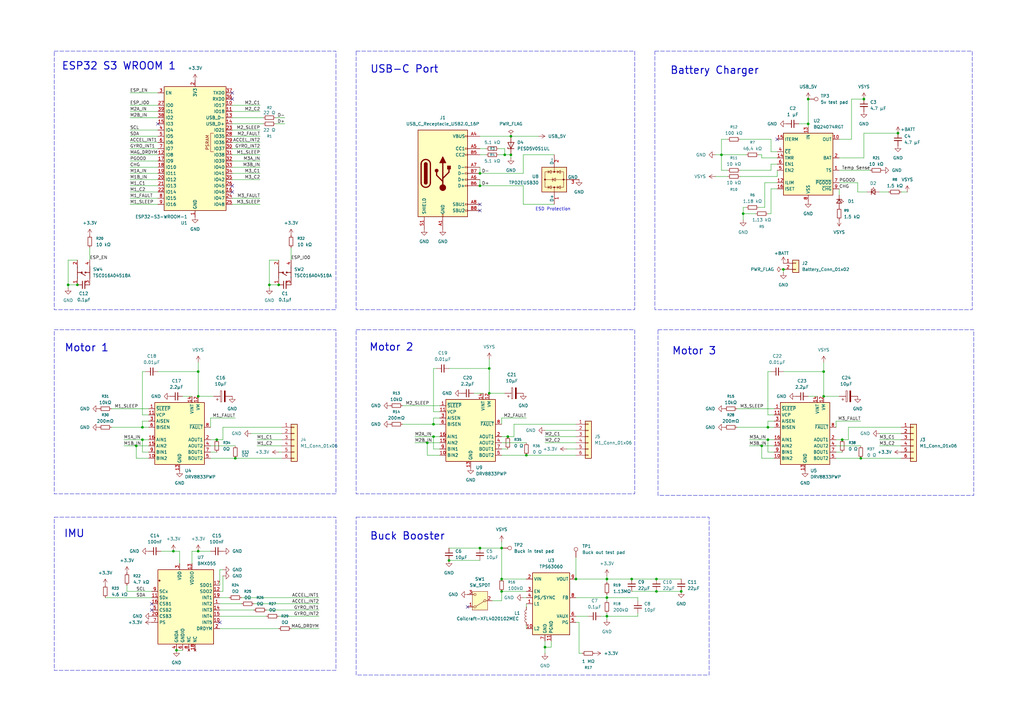
<source format=kicad_sch>
(kicad_sch (version 20250114) (generator "eeschema") (generator_version "9.0")
  (paper "A3")
  (title_block (title "Omni Robot") (date "2025-12-19") (rev "v1") (company "Engineering Aesthetic") (comment 1 "A single PCB holonomic omni wheel robot"))
  (rectangle (start 22.225 20.955) (end 137.795 127) (stroke (width 0) (type dash)))
  (rectangle (start 22.225 135.255) (end 137.795 202.565) (stroke (width 0) (type dash)))
  (rectangle (start 22.225 212.09) (end 137.795 274.955) (stroke (width 0) (type dash)))
  (rectangle (start 268.605 20.955) (end 398.78 127) (stroke (width 0) (type dash)))
  (rectangle (start 146.05 135.255) (end 260.35 202.565) (stroke (width 0) (type dash)))
  (rectangle (start 146.05 212.09) (end 290.83 276.86) (stroke (width 0) (type dash)))
  (rectangle (start 269.875 135.255) (end 399.415 203.2) (stroke (width 0) (type dash)))
  (rectangle (start 146.05 20.955) (end 260.35 127) (stroke (width 0) (type dash)))
  (text "ESD Protection" (at 226.822 85.852 0) (effects (font (size 1.27 1.27))))
  (text "USB-C Port" (at 165.862 28.448 0) (effects (font (size 3.048 3.048) (thickness 0.381))))
  (text "IMU" (at 30.48 218.948 0) (effects (font (size 3.048 3.048) (thickness 0.381))))
  (text "Motor 3" (at 284.734 144.018 0) (effects (font (size 3.048 3.048) (thickness 0.381))))
  (text "ESP32 S3 WROOM 1" (at 48.768 27.178 0) (effects (font (size 3.048 3.048) (thickness 0.381))))
  (text "Motor 1" (at 35.56 142.748 0) (effects (font (size 3.048 3.048) (thickness 0.381))))
  (text "Battery Charger" (at 293.116 28.956 0) (effects (font (size 3.048 3.048) (thickness 0.381))))
  (text "Buck Booster" (at 167.132 219.964 0) (effects (font (size 3.048 3.048) (thickness 0.381))))
  (text "Motor 2\n" (at 160.528 142.494 0) (effects (font (size 3.048 3.048) (thickness 0.381))))
  (text_box "Circuit Notes:\n\n\nUSB Port:\nThe ESD protection between the USB_5V and ground is potentially wrong footprint. \n\nLipo Charger (BQ24074):\nILIM (current limit) set to 1.3A\nISET (Fast charge current) set to 800mA\nTMR (Time out timer) set to 6.25 hours\nCHG -> Charging indicator (on for charging)\nPGOOD -> Power detected\nCreated tags for EN1, EN2 and CE but I won't use them because they take a lot of GPIO.\n" (at 434.34 8.255 0) (size 66.04 57.15) (margins 0.9525 0.9525 0.9525 0.9525) (effects (font (size 1.778 1.778) (thickness 0.1588)) (justify left top)))
  (junction (at 236.22 237.49))
  (junction (at 208.28 179.07))
  (junction (at 88.9 180.34))
  (junction (at 177.8 173.99))
  (junction (at 304.8 87.63))
  (junction (at 321.31 110.49))
  (junction (at 248.92 237.49))
  (junction (at 205.74 242.57))
  (junction (at 58.42 180.34))
  (junction (at 314.96 180.34))
  (junction (at 215.9 186.69))
  (junction (at 31.75 116.84))
  (junction (at 177.8 179.07))
  (junction (at 312.42 182.88))
  (junction (at 196.85 224.79))
  (junction (at 314.96 175.26))
  (junction (at 207.01 63.5))
  (junction (at 96.52 187.96))
  (junction (at 345.44 180.34))
  (junction (at 295.91 63.5))
  (junction (at 175.26 181.61))
  (junction (at 248.92 252.73))
  (junction (at 71.12 226.06))
  (junction (at 81.28 152.4))
  (junction (at 353.06 187.96))
  (junction (at 200.66 151.13))
  (junction (at 368.3 54.61))
  (junction (at 58.42 175.26))
  (junction (at 354.33 40.64))
  (junction (at 81.28 162.56))
  (junction (at 27.94 116.84))
  (junction (at 184.15 229.87))
  (junction (at 209.55 55.88))
  (junction (at 279.4 242.57))
  (junction (at 200.66 161.29))
  (junction (at 337.82 152.4))
  (junction (at 72.39 266.7))
  (junction (at 269.24 237.49))
  (junction (at 114.3 116.84))
  (junction (at 248.92 245.11))
  (junction (at 269.24 242.57))
  (junction (at 223.52 265.43))
  (junction (at 205.74 224.79))
  (junction (at 337.82 162.56))
  (junction (at 196.85 71.12))
  (junction (at 55.88 182.88))
  (junction (at 81.28 226.06))
  (junction (at 205.74 237.49))
  (junction (at 331.47 50.8))
  (junction (at 331.47 40.64))
  (junction (at 209.55 63.5))
  (junction (at 196.85 76.2))
  (junction (at 259.08 237.49))
  (junction (at 110.49 116.84))
  (no_connect (at 62.23 247.65))
  (no_connect (at 62.23 250.19))
  (no_connect (at 95.25 38.1))
  (no_connect (at 191.77 248.92))
  (no_connect (at 196.85 83.82))
  (no_connect (at 95.25 40.64))
  (no_connect (at 90.17 255.27))
  (no_connect (at 318.77 57.15))
  (no_connect (at 95.25 76.2))
  (no_connect (at 95.25 78.74))
  (no_connect (at 64.77 50.8))
  (no_connect (at 196.85 86.36))
  (wire (pts (xy 73.66 226.06) (xy 73.66 231.14)))
  (wire (pts (xy 345.44 185.42) (xy 342.9 185.42)))
  (wire (pts (xy 81.28 226.06) (xy 78.74 226.06)))
  (wire (pts (xy 27.94 116.84) (xy 31.75 116.84)))
  (wire (pts (xy 53.34 43.18) (xy 64.77 43.18)))
  (wire (pts (xy 45.72 167.64) (xy 60.96 167.64)))
  (wire (pts (xy 205.74 171.45) (xy 205.74 173.99)))
  (wire (pts (xy 116.84 48.26) (xy 113.03 48.26)))
  (wire (pts (xy 95.25 81.28) (xy 106.68 81.28)))
  (wire (pts (xy 114.3 106.68) (xy 110.49 106.68)))
  (wire (pts (xy 312.42 187.96) (xy 317.5 187.96)))
  (wire (pts (xy 314.96 185.42) (xy 317.5 185.42)))
  (wire (pts (xy 238.76 267.97) (xy 237.49 267.97)))
  (wire (pts (xy 313.69 74.93) (xy 318.77 74.93)))
  (wire (pts (xy 226.06 265.43) (xy 223.52 265.43)))
  (wire (pts (xy 175.26 181.61) (xy 180.34 181.61)))
  (wire (pts (xy 317.5 175.26) (xy 314.96 175.26)))
  (wire (pts (xy 248.92 236.22) (xy 248.92 237.49)))
  (wire (pts (xy 106.68 60.96) (xy 95.25 60.96)))
  (wire (pts (xy 261.62 245.11) (xy 261.62 246.38)))
  (wire (pts (xy 259.08 242.57) (xy 269.24 242.57)))
  (wire (pts (xy 360.68 177.8) (xy 369.57 177.8)))
  (wire (pts (xy 312.42 182.88) (xy 312.42 187.96)))
  (wire (pts (xy 205.74 237.49) (xy 215.9 237.49)))
  (wire (pts (xy 210.82 173.99) (xy 236.22 173.99)))
  (wire (pts (xy 351.79 78.74) (xy 355.6 78.74)))
  (wire (pts (xy 90.17 247.65) (xy 99.06 247.65)))
  (wire (pts (xy 316.23 77.47) (xy 318.77 77.47)))
  (wire (pts (xy 95.25 48.26) (xy 107.95 48.26)))
  (wire (pts (xy 177.8 184.15) (xy 180.34 184.15)))
  (wire (pts (xy 236.22 252.73) (xy 241.3 252.73)))
  (wire (pts (xy 88.9 180.34) (xy 91.44 180.34)))
  (wire (pts (xy 210.82 173.99) (xy 210.82 179.07)))
  (wire (pts (xy 81.28 162.56) (xy 87.63 162.56)))
  (wire (pts (xy 90.17 250.19) (xy 104.14 250.19)))
  (wire (pts (xy 248.92 251.46) (xy 248.92 252.73)))
  (wire (pts (xy 200.66 161.29) (xy 207.01 161.29)))
  (wire (pts (xy 205.74 181.61) (xy 215.9 181.61)))
  (wire (pts (xy 60.96 175.26) (xy 58.42 175.26)))
  (wire (pts (xy 53.34 60.96) (xy 64.77 60.96)))
  (wire (pts (xy 314.96 152.4) (xy 314.96 170.18)))
  (wire (pts (xy 248.92 237.49) (xy 236.22 237.49)))
  (wire (pts (xy 248.92 252.73) (xy 248.92 254)))
  (wire (pts (xy 50.8 180.34) (xy 58.42 180.34)))
  (wire (pts (xy 91.44 236.22) (xy 91.44 242.57)))
  (wire (pts (xy 311.15 63.5) (xy 312.42 63.5)))
  (wire (pts (xy 119.38 257.81) (xy 130.81 257.81)))
  (wire (pts (xy 304.8 85.09) (xy 306.07 85.09)))
  (wire (pts (xy 109.22 250.19) (xy 130.81 250.19)))
  (wire (pts (xy 261.62 252.73) (xy 248.92 252.73)))
  (wire (pts (xy 184.15 151.13) (xy 200.66 151.13)))
  (wire (pts (xy 71.12 226.06) (xy 73.66 226.06)))
  (wire (pts (xy 95.25 66.04) (xy 106.68 66.04)))
  (wire (pts (xy 196.85 73.66) (xy 196.85 76.2)))
  (wire (pts (xy 64.77 152.4) (xy 81.28 152.4)))
  (wire (pts (xy 66.04 226.06) (xy 71.12 226.06)))
  (wire (pts (xy 53.34 68.58) (xy 64.77 68.58)))
  (wire (pts (xy 177.8 151.13) (xy 177.8 168.91)))
  (wire (pts (xy 196.85 60.96) (xy 199.39 60.96)))
  (wire (pts (xy 331.47 162.56) (xy 335.28 162.56)))
  (wire (pts (xy 105.41 180.34) (xy 115.57 180.34)))
  (wire (pts (xy 223.52 262.89) (xy 223.52 265.43)))
  (wire (pts (xy 342.9 182.88) (xy 353.06 182.88)))
  (wire (pts (xy 196.85 224.79) (xy 205.74 224.79)))
  (wire (pts (xy 207.01 60.96) (xy 207.01 63.5)))
  (wire (pts (xy 314.96 172.72) (xy 317.5 172.72)))
  (wire (pts (xy 314.96 87.63) (xy 316.23 87.63)))
  (wire (pts (xy 50.8 182.88) (xy 55.88 182.88)))
  (wire (pts (xy 91.44 180.34) (xy 91.44 175.26)))
  (wire (pts (xy 215.9 256.54) (xy 215.9 257.81)))
  (wire (pts (xy 177.8 173.99) (xy 177.8 171.45)))
  (wire (pts (xy 316.23 62.23) (xy 318.77 62.23)))
  (wire (pts (xy 58.42 175.26) (xy 58.42 172.72)))
  (wire (pts (xy 114.3 252.73) (xy 130.81 252.73)))
  (wire (pts (xy 353.06 187.96) (xy 369.57 187.96)))
  (wire (pts (xy 248.92 237.49) (xy 248.92 238.76)))
  (wire (pts (xy 349.25 40.64) (xy 354.33 40.64)))
  (wire (pts (xy 351.79 74.93) (xy 351.79 78.74)))
  (wire (pts (xy 226.06 262.89) (xy 226.06 265.43)))
  (wire (pts (xy 95.25 83.82) (xy 106.68 83.82)))
  (wire (pts (xy 214.63 83.82) (xy 214.63 76.2)))
  (wire (pts (xy 314.96 170.18) (xy 317.5 170.18)))
  (wire (pts (xy 200.66 151.13) (xy 200.66 161.29)))
  (wire (pts (xy 360.68 180.34) (xy 369.57 180.34)))
  (wire (pts (xy 53.34 53.34) (xy 64.77 53.34)))
  (wire (pts (xy 95.25 73.66) (xy 106.68 73.66)))
  (wire (pts (xy 184.15 224.79) (xy 196.85 224.79)))
  (wire (pts (xy 215.9 171.45) (xy 205.74 171.45)))
  (wire (pts (xy 86.36 180.34) (xy 88.9 180.34)))
  (wire (pts (xy 165.1 166.37) (xy 180.34 166.37)))
  (wire (pts (xy 261.62 251.46) (xy 261.62 252.73)))
  (wire (pts (xy 53.34 63.5) (xy 64.77 63.5)))
  (wire (pts (xy 93.98 245.11) (xy 90.17 245.11)))
  (wire (pts (xy 207.01 60.96) (xy 204.47 60.96)))
  (wire (pts (xy 58.42 180.34) (xy 58.42 185.42)))
  (wire (pts (xy 53.34 73.66) (xy 64.77 73.66)))
  (wire (pts (xy 179.07 151.13) (xy 177.8 151.13)))
  (wire (pts (xy 205.74 179.07) (xy 208.28 179.07)))
  (wire (pts (xy 223.52 179.07) (xy 236.22 179.07)))
  (wire (pts (xy 200.66 151.13) (xy 200.66 147.32)))
  (wire (pts (xy 205.74 246.38) (xy 205.74 242.57)))
  (wire (pts (xy 337.82 162.56) (xy 344.17 162.56)))
  (wire (pts (xy 86.36 171.45) (xy 96.52 171.45)))
  (wire (pts (xy 58.42 172.72) (xy 60.96 172.72)))
  (wire (pts (xy 53.34 66.04) (xy 64.77 66.04)))
  (wire (pts (xy 295.91 57.15) (xy 295.91 63.5)))
  (wire (pts (xy 307.34 180.34) (xy 314.96 180.34)))
  (wire (pts (xy 246.38 252.73) (xy 248.92 252.73)))
  (wire (pts (xy 95.25 63.5) (xy 106.68 63.5)))
  (wire (pts (xy 201.93 246.38) (xy 205.74 246.38)))
  (wire (pts (xy 31.75 106.68) (xy 27.94 106.68)))
  (wire (pts (xy 91.44 175.26) (xy 115.57 175.26)))
  (wire (pts (xy 316.23 57.15) (xy 316.23 62.23)))
  (wire (pts (xy 110.49 106.68) (xy 110.49 116.84)))
  (wire (pts (xy 215.9 186.69) (xy 236.22 186.69)))
  (wire (pts (xy 314.96 175.26) (xy 314.96 172.72)))
  (wire (pts (xy 175.26 181.61) (xy 175.26 186.69)))
  (wire (pts (xy 53.34 48.26) (xy 64.77 48.26)))
  (wire (pts (xy 259.08 237.49) (xy 269.24 237.49)))
  (wire (pts (xy 314.96 180.34) (xy 314.96 185.42)))
  (wire (pts (xy 96.52 187.96) (xy 115.57 187.96)))
  (wire (pts (xy 354.33 54.61) (xy 354.33 64.77)))
  (wire (pts (xy 95.25 68.58) (xy 106.68 68.58)))
  (wire (pts (xy 344.17 74.93) (xy 351.79 74.93)))
  (wire (pts (xy 90.17 257.81) (xy 114.3 257.81)))
  (wire (pts (xy 337.82 152.4) (xy 337.82 162.56)))
  (wire (pts (xy 196.85 71.12) (xy 214.63 71.12)))
  (wire (pts (xy 119.38 101.6) (xy 119.38 106.68)))
  (wire (pts (xy 43.18 245.11) (xy 62.23 245.11)))
  (wire (pts (xy 102.87 177.8) (xy 115.57 177.8)))
  (wire (pts (xy 312.42 64.77) (xy 318.77 64.77)))
  (wire (pts (xy 356.87 69.85) (xy 344.17 69.85)))
  (wire (pts (xy 170.18 179.07) (xy 177.8 179.07)))
  (wire (pts (xy 321.31 111.76) (xy 321.31 110.49)))
  (wire (pts (xy 196.85 76.2) (xy 214.63 76.2)))
  (wire (pts (xy 227.33 83.82) (xy 214.63 83.82)))
  (wire (pts (xy 337.82 152.4) (xy 337.82 148.59)))
  (wire (pts (xy 90.17 252.73) (xy 109.22 252.73)))
  (wire (pts (xy 53.34 45.72) (xy 64.77 45.72)))
  (wire (pts (xy 95.25 43.18) (xy 106.68 43.18)))
  (wire (pts (xy 307.34 182.88) (xy 312.42 182.88)))
  (wire (pts (xy 209.55 63.5) (xy 209.55 64.77)))
  (wire (pts (xy 86.36 182.88) (xy 96.52 182.88)))
  (wire (pts (xy 104.14 247.65) (xy 130.81 247.65)))
  (wire (pts (xy 53.34 38.1) (xy 64.77 38.1)))
  (wire (pts (xy 306.07 63.5) (xy 295.91 63.5)))
  (wire (pts (xy 95.25 71.12) (xy 106.68 71.12)))
  (wire (pts (xy 269.24 237.49) (xy 279.4 237.49)))
  (wire (pts (xy 372.11 78.74) (xy 369.57 78.74)))
  (wire (pts (xy 177.8 179.07) (xy 180.34 179.07)))
  (wire (pts (xy 78.74 226.06) (xy 78.74 231.14)))
  (wire (pts (xy 248.92 246.38) (xy 248.92 245.11)))
  (wire (pts (xy 331.47 50.8) (xy 331.47 52.07)))
  (wire (pts (xy 55.88 187.96) (xy 60.96 187.96)))
  (wire (pts (xy 205.74 186.69) (xy 215.9 186.69)))
  (wire (pts (xy 316.23 87.63) (xy 316.23 77.47)))
  (wire (pts (xy 208.28 184.15) (xy 205.74 184.15)))
  (wire (pts (xy 360.68 182.88) (xy 369.57 182.88)))
  (wire (pts (xy 248.92 237.49) (xy 259.08 237.49)))
  (wire (pts (xy 55.88 182.88) (xy 60.96 182.88)))
  (wire (pts (xy 236.22 245.11) (xy 248.92 245.11)))
  (wire (pts (xy 349.25 57.15) (xy 344.17 57.15)))
  (wire (pts (xy 368.3 54.61) (xy 354.33 54.61)))
  (wire (pts (xy 347.98 175.26) (xy 369.57 175.26)))
  (wire (pts (xy 58.42 170.18) (xy 60.96 170.18)))
  (wire (pts (xy 53.34 83.82) (xy 64.77 83.82)))
  (wire (pts (xy 110.49 118.11) (xy 110.49 116.84)))
  (wire (pts (xy 81.28 226.06) (xy 86.36 226.06)))
  (wire (pts (xy 298.45 57.15) (xy 295.91 57.15)))
  (wire (pts (xy 327.66 50.8) (xy 331.47 50.8)))
  (wire (pts (xy 99.06 245.11) (xy 130.81 245.11)))
  (wire (pts (xy 53.34 58.42) (xy 64.77 58.42)))
  (wire (pts (xy 236.22 228.6) (xy 236.22 237.49)))
  (wire (pts (xy 303.53 72.39) (xy 318.77 72.39)))
  (wire (pts (xy 303.53 57.15) (xy 316.23 57.15)))
  (wire (pts (xy 209.55 55.88) (xy 220.98 55.88)))
  (wire (pts (xy 184.15 229.87) (xy 196.85 229.87)))
  (wire (pts (xy 360.68 78.74) (xy 364.49 78.74)))
  (wire (pts (xy 88.9 185.42) (xy 86.36 185.42)))
  (wire (pts (xy 237.49 255.27) (xy 236.22 255.27)))
  (wire (pts (xy 314.96 180.34) (xy 317.5 180.34)))
  (wire (pts (xy 105.41 182.88) (xy 115.57 182.88)))
  (wire (pts (xy 36.83 101.6) (xy 36.83 106.68)))
  (wire (pts (xy 116.84 50.8) (xy 113.03 50.8)))
  (wire (pts (xy 214.63 63.5) (xy 214.63 71.12)))
  (wire (pts (xy 177.8 179.07) (xy 177.8 184.15)))
  (wire (pts (xy 58.42 180.34) (xy 60.96 180.34)))
  (wire (pts (xy 248.92 245.11) (xy 261.62 245.11)))
  (wire (pts (xy 313.69 85.09) (xy 313.69 74.93)))
  (wire (pts (xy 302.26 167.64) (xy 317.5 167.64)))
  (wire (pts (xy 298.45 69.85) (xy 295.91 69.85)))
  (wire (pts (xy 196.85 63.5) (xy 199.39 63.5)))
  (wire (pts (xy 347.98 175.26) (xy 347.98 180.34)))
  (wire (pts (xy 90.17 242.57) (xy 91.44 242.57)))
  (wire (pts (xy 115.57 185.42) (xy 114.3 185.42)))
  (wire (pts (xy 295.91 63.5) (xy 293.37 63.5)))
  (wire (pts (xy 175.26 186.69) (xy 180.34 186.69)))
  (wire (pts (xy 304.8 87.63) (xy 304.8 85.09)))
  (wire (pts (xy 170.18 181.61) (xy 175.26 181.61)))
  (wire (pts (xy 205.74 224.79) (xy 205.74 237.49)))
  (wire (pts (xy 81.28 152.4) (xy 81.28 148.59)))
  (wire (pts (xy 316.23 67.31) (xy 318.77 67.31)))
  (wire (pts (xy 52.07 240.03) (xy 52.07 242.57)))
  (wire (pts (xy 207.01 63.5) (xy 209.55 63.5)))
  (wire (pts (xy 110.49 116.84) (xy 114.3 116.84)))
  (wire (pts (xy 196.85 68.58) (xy 196.85 71.12)))
  (wire (pts (xy 223.52 265.43) (xy 223.52 267.97)))
  (wire (pts (xy 354.33 64.77) (xy 344.17 64.77)))
  (wire (pts (xy 215.9 247.65) (xy 215.9 248.92)))
  (wire (pts (xy 81.28 152.4) (xy 81.28 162.56)))
  (wire (pts (xy 353.06 172.72) (xy 342.9 172.72)))
  (wire (pts (xy 293.37 72.39) (xy 298.45 72.39)))
  (wire (pts (xy 232.41 184.15) (xy 236.22 184.15)))
  (wire (pts (xy 196.85 55.88) (xy 209.55 55.88)))
  (wire (pts (xy 95.25 53.34) (xy 106.68 53.34)))
  (wire (pts (xy 237.49 267.97) (xy 237.49 255.27)))
  (wire (pts (xy 180.34 173.99) (xy 177.8 173.99)))
  (wire (pts (xy 295.91 63.5) (xy 295.91 69.85)))
  (wire (pts (xy 53.34 76.2) (xy 64.77 76.2)))
  (wire (pts (xy 27.94 106.68) (xy 27.94 116.84)))
  (wire (pts (xy 316.23 152.4) (xy 314.96 152.4)))
  (wire (pts (xy 45.72 175.26) (xy 58.42 175.26)))
  (wire (pts (xy 86.36 187.96) (xy 96.52 187.96)))
  (wire (pts (xy 318.77 72.39) (xy 318.77 69.85)))
  (wire (pts (xy 58.42 185.42) (xy 60.96 185.42)))
  (wire (pts (xy 72.39 266.7) (xy 74.93 266.7)))
  (wire (pts (xy 55.88 182.88) (xy 55.88 187.96)))
  (wire (pts (xy 59.69 152.4) (xy 58.42 152.4)))
  (wire (pts (xy 302.26 175.26) (xy 314.96 175.26)))
  (wire (pts (xy 53.34 71.12) (xy 64.77 71.12)))
  (wire (pts (xy 90.17 233.68) (xy 90.17 240.03)))
  (wire (pts (xy 312.42 63.5) (xy 312.42 64.77)))
  (wire (pts (xy 303.53 69.85) (xy 316.23 69.85)))
  (wire (pts (xy 204.47 63.5) (xy 207.01 63.5)))
  (wire (pts (xy 223.52 181.61) (xy 236.22 181.61)))
  (wire (pts (xy 344.17 77.47) (xy 344.17 80.01)))
  (wire (pts (xy 214.63 245.11) (xy 215.9 245.11)))
  (wire (pts (xy 177.8 171.45) (xy 180.34 171.45)))
  (wire (pts (xy 304.8 87.63) (xy 309.88 87.63)))
  (wire (pts (xy 321.31 152.4) (xy 337.82 152.4)))
  (wire (pts (xy 95.25 45.72) (xy 106.68 45.72)))
  (wire (pts (xy 269.24 242.57) (xy 279.4 242.57)))
  (wire (pts (xy 53.34 78.74) (xy 64.77 78.74)))
  (wire (pts (xy 312.42 182.88) (xy 317.5 182.88)))
  (wire (pts (xy 311.15 85.09) (xy 313.69 85.09)))
  (wire (pts (xy 227.33 63.5) (xy 214.63 63.5)))
  (wire (pts (xy 58.42 152.4) (xy 58.42 170.18)))
  (wire (pts (xy 91.44 233.68) (xy 90.17 233.68)))
  (wire (pts (xy 95.25 55.88) (xy 106.68 55.88)))
  (wire (pts (xy 95.25 50.8) (xy 107.95 50.8)))
  (wire (pts (xy 223.52 176.53) (xy 236.22 176.53)))
  (wire (pts (xy 342.9 180.34) (xy 345.44 180.34)))
  (wire (pts (xy 331.47 40.64) (xy 331.47 50.8)))
  (wire (pts (xy 52.07 242.57) (xy 62.23 242.57)))
  (wire (pts (xy 316.23 69.85) (xy 316.23 67.31)))
  (wire (pts (xy 194.31 161.29) (xy 198.12 161.29)))
  (wire (pts (xy 205.74 222.25) (xy 205.74 224.79)))
  (wire (pts (xy 345.44 180.34) (xy 347.98 180.34)))
  (wire (pts (xy 165.1 173.99) (xy 177.8 173.99)))
  (wire (pts (xy 205.74 242.57) (xy 215.9 242.57)))
  (wire (pts (xy 106.68 58.42) (xy 95.25 58.42)))
  (wire (pts (xy 86.36 171.45) (xy 86.36 175.26)))
  (wire (pts (xy 342.9 172.72) (xy 342.9 175.26)))
  (wire (pts (xy 53.34 81.28) (xy 64.77 81.28)))
  (wire (pts (xy 248.92 243.84) (xy 248.92 245.11)))
  (wire (pts (xy 304.8 90.17) (xy 304.8 87.63)))
  (wire (pts (xy 349.25 57.15) (xy 349.25 40.64)))
  (wire (pts (xy 342.9 187.96) (xy 353.06 187.96)))
  (wire (pts (xy 53.34 55.88) (xy 64.77 55.88)))
  (wire (pts (xy 74.93 162.56) (xy 78.74 162.56)))
  (wire (pts (xy 177.8 168.91) (xy 180.34 168.91)))
  (wire (pts (xy 208.28 179.07) (xy 210.82 179.07)))
  (wire (pts (xy 27.94 118.11) (xy 27.94 116.84)))
  (label "M1_SLEEP" (at 46.99 167.64 0))
  (label "ESP_EN" (at 36.83 106.68 0))
  (label "M1_FAULT" (at 96.52 171.45 180))
  (label "M3_FAULT" (at 353.06 172.72 180))
  (label "M2A_IN" (at 170.18 179.07 0))
  (label "M3_FAULT" (at 106.68 81.28 180))
  (label "GYRO_INT1" (at 130.81 250.19 180))
  (label "M1_C1" (at 105.41 180.34 0))
  (label "M2B_IN" (at 53.34 48.26 0))
  (label "M2A_IN" (at 53.34 45.72 0))
  (label "SDA" (at 53.34 55.88 0))
  (label "ESP_EN" (at 53.34 38.1 0))
  (label "ACCEL_INT1" (at 53.34 58.42 0))
  (label "Temp Sense" (at 356.87 69.85 180))
  (label "M3_C1" (at 360.68 180.34 0))
  (label "M2_C1" (at 106.68 43.18 180))
  (label "M1A_IN" (at 53.34 71.12 0))
  (label "M3_C1" (at 106.68 71.12 180))
  (label "M1_FAULT" (at 53.34 81.28 0))
  (label "M1B_IN" (at 50.8 182.88 0))
  (label "GYRO_INT2" (at 106.68 60.96 180))
  (label "M3_SLEEP" (at 106.68 83.82 180))
  (label "M1_C2" (at 53.34 78.74 0))
  (label "ACCEL_INT1" (at 130.81 245.11 180))
  (label "M2_SLEEP" (at 166.37 166.37 0))
  (label "D-" (at 200.66 71.12 180))
  (label "D+" (at 116.84 50.8 180))
  (label "M2B_IN" (at 170.18 181.61 0))
  (label "ESP_IO0" (at 119.38 106.68 0))
  (label "M3_C2" (at 360.68 182.88 0))
  (label "M3A_IN" (at 307.34 180.34 0))
  (label "M1_SLEEP" (at 53.34 83.82 0))
  (label "ESP_IO0" (at 53.34 43.18 0))
  (label "MAG_DRDYM" (at 130.81 257.81 180))
  (label "M2_C2" (at 223.52 181.61 0))
  (label "PGOOD" (at 344.17 74.93 0))
  (label "M1_C1" (at 53.34 76.2 0))
  (label "M1_C2" (at 105.41 182.88 0))
  (label "MAG_DRDYM" (at 53.34 63.5 0))
  (label "SCL" (at 55.88 242.57 0))
  (label "ACCEL_INT2" (at 106.68 58.42 180))
  (label "M2_FAULT" (at 106.68 55.88 180))
  (label "SDA" (at 55.88 245.11 0))
  (label "M1_SLEEP" (at 106.68 63.5 180))
  (label "M3B_IN" (at 307.34 182.88 0))
  (label "M1A_IN" (at 50.8 180.34 0))
  (label "M2_C1" (at 223.52 179.07 0))
  (label "M3A_IN" (at 106.68 66.04 180))
  (label "M3_SLEEP" (at 303.53 167.64 0))
  (label "M2_C2" (at 106.68 45.72 180))
  (label "M2_SLEEP" (at 106.68 53.34 180))
  (label "M1B_IN" (at 53.34 73.66 0))
  (label "D+" (at 200.66 76.2 180))
  (label "CHG" (at 344.17 77.47 0))
  (label "ACCEL_INT2" (at 130.81 247.65 180))
  (label "PGOOD" (at 53.34 66.04 0))
  (label "M3B_IN" (at 106.68 68.58 180))
  (label "CHG" (at 53.34 68.58 0))
  (label "M3_C2" (at 106.68 73.66 180))
  (label "D-" (at 116.84 48.26 180))
  (label "M2_FAULT" (at 215.9 171.45 180))
  (label "GYRO_INT2" (at 130.81 252.73 180))
  (label "SCL" (at 53.34 53.34 0))
  (label "GYRO_INT1" (at 53.34 60.96 0))
  (symbol (lib_id "power:GND") (at 91.44 236.22 90) (unit 1)
    (property "Reference" "#PWR038" (effects (hide yes)))
    (property "Value" "GND" (at 95.25 236.2199 90) (effects (justify right)))
    (property "Description" "Power symbol creates a global label with name \"GND\" , ground" (effects (hide yes)))
  )
  (symbol (lib_id "Device:R_Small") (at 345.44 182.88 180) (unit 1)
    (property "Reference" "R38" (at 347.98 181.6099 0) (effects (font (size 1.016 1.016)) (justify right)))
    (property "Value" "0 Ω" (at 347.98 184.1499 0) (effects (justify right)))
    (property "Footprint" "Resistor_SMD:R_0805_2012Metric" (effects (hide yes)))
    (property "Description" "Resistor, small symbol" (effects (hide yes)))
  )
  (symbol (lib_id "power:GND") (at 354.33 45.72 0) (unit 1)
    (property "Reference" "#PWR016" (effects (hide yes)))
    (property "Value" "GND" (at 354.33 50.8 0))
    (property "Description" "Power symbol creates a global label with name \"GND\" , ground" (effects (hide yes)))
  )
  (symbol (lib_id "power:GND") (at 293.37 63.5 270) (unit 1)
    (property "Reference" "#PWR021" (effects (hide yes)))
    (property "Value" "GND" (at 289.56 63.4999 90) (effects (justify right)))
    (property "Description" "Power symbol creates a global label with name \"GND\" , ground" (effects (hide yes)))
  )
  (symbol (lib_id "Device:C_Small") (at 181.61 151.13 90) (unit 1)
    (property "Reference" "C19" (at 181.6163 144.78 90))
    (property "Value" "0.01µF" (at 181.6163 147.32 90))
    (property "Footprint" "Resistor_SMD:R_0603_1608Metric" (effects (hide yes)))
    (property "Description" "Unpolarized capacitor, small symbol" (effects (hide yes)))
  )
  (symbol (lib_id "power:+3.3V") (at 119.38 96.52 0) (unit 1)
    (property "Reference" "#PWR050" (effects (hide yes)))
    (property "Value" "+3.3V" (at 119.38 91.44 0))
    (property "Description" "Power symbol creates a global label with name \"+3.3V\"" (effects (hide yes)))
  )
  (symbol (lib_id "power:+BATT") (at 368.3 54.61 0) (unit 1)
    (property "Reference" "#PWR019" (effects (hide yes)))
    (property "Value" "+BATT" (at 372.364 53.086 0))
    (property "Description" "Power symbol creates a global label with name \"+BATT\"" (effects (hide yes)))
  )
  (symbol (lib_id "Device:R_Small") (at 43.18 167.64 90) (unit 1)
    (property "Reference" "R31" (at 43.18 162.56 90) (effects (font (size 1.016 1.016))))
    (property "Value" "10kΩ" (at 43.18 165.1 90))
    (property "Footprint" "Resistor_SMD:R_0603_1608Metric" (effects (hide yes)))
    (property "Description" "Resistor, small symbol" (effects (hide yes)))
  )
  (symbol (lib_id "Device:R_Small") (at 96.52 245.11 90) (unit 1)
    (property "Reference" "R24" (at 96.52 240.03 90) (effects (font (size 1.016 1.016))))
    (property "Value" "0Ω" (at 96.52 242.57 90))
    (property "Footprint" "Resistor_SMD:R_0805_2012Metric" (effects (hide yes)))
    (property "Description" "Resistor, small symbol" (effects (hide yes)))
  )
  (symbol (lib_id "Custom_Button_Switch_THT:TSC016A04518A") (at 34.29 111.76 90) (unit 1)
    (property "Reference" "SW4" (at 38.1 110.4899 90) (effects (justify right)))
    (property "Value" "TSC016A04518A" (at 38.1 113.0299 90) (effects (justify right)))
    (property "Footprint" "Custom_Button_Switch_THT:SW-TH_4P-L4.5-W4.5-P3.00-LS4.8" (effects (hide yes)))
    (property "Manufacturer Part" "TSC016A04518A" (effects (hide yes)))
    (property "Manufacturer" "BZCN(博众电气)" (effects (hide yes)))
    (property "Supplier Part" "C2888493" (effects (hide yes)))
    (property "Supplier" "LCSC" (effects (hide yes)))
  )
  (symbol (lib_id "Device:R_Small") (at 205.74 240.03 0) (unit 1)
    (property "Reference" "R16" (at 208.28 238.7599 0) (effects (font (size 1.016 1.016)) (justify left)))
    (property "Value" "100kΩ" (at 208.28 241.2999 0) (effects (justify left)))
    (property "Footprint" "Resistor_SMD:R_0603_1608Metric" (effects (hide yes)))
    (property "Description" "Resistor, small symbol" (effects (hide yes)))
  )
  (symbol (lib_id "Device:R_Small") (at 308.61 63.5 270) (unit 1)
    (property "Reference" "R7" (at 308.61 58.42 90) (effects (font (size 1.016 1.016))))
    (property "Value" "46.4 kΩ" (at 308.61 60.96 90))
    (property "Footprint" "Resistor_SMD:R_0603_1608Metric" (effects (hide yes)))
    (property "Description" "Resistor, small symbol" (effects (hide yes)))
  )
  (symbol (lib_id "Custom_Driver_Motor:DRV8833PWP") (at 330.2 177.8 0) (unit 1)
    (property "Reference" "U5" (at 332.3433 193.04 0) (effects (justify left)))
    (property "Value" "DRV8833PWP" (at 332.3433 195.58 0) (effects (justify left)))
    (property "Footprint" "Package_SO:HTSSOP-16-1EP_4.4x5mm_P0.65mm_EP3.4x5mm_Mask2.46x2.31mm_ThermalVias" (effects (hide yes)))
    (property "Datasheet" "http://www.ti.com/lit/ds/symlink/drv8833.pdf" (effects (hide yes)))
    (property "Description" "Dual H-Bridge Motor Driver, HTSSOP-16" (effects (hide yes)))
  )
  (symbol (lib_id "Device:R_Small") (at 248.92 248.92 0) (unit 1)
    (property "Reference" "R18" (at 251.46 247.6499 0) (effects (font (size 1.016 1.016)) (justify left)))
    (property "Value" "200kΩ" (at 251.46 250.1899 0) (effects (justify left)))
    (property "Footprint" "Resistor_SMD:R_0603_1608Metric" (effects (hide yes)))
    (property "Description" "Resistor, small symbol" (effects (hide yes)))
  )
  (symbol (lib_id "Device:C_Small") (at 318.77 152.4 90) (unit 1)
    (property "Reference" "C22" (at 318.7763 146.05 90))
    (property "Value" "0.01µF" (at 318.7763 148.59 90))
    (property "Footprint" "Resistor_SMD:R_0603_1608Metric" (effects (hide yes)))
    (property "Description" "Unpolarized capacitor, small symbol" (effects (hide yes)))
  )
  (symbol (lib_id "power:GND") (at 191.77 243.84 270) (unit 1)
    (property "Reference" "#PWR017" (effects (hide yes)))
    (property "Value" "GND" (at 187.96 243.8399 90) (effects (justify right)))
    (property "Description" "Power symbol creates a global label with name \"GND\" , ground" (effects (hide yes)))
  )
  (symbol (lib_id "power:GND") (at 60.96 226.06 270) (unit 1)
    (property "Reference" "#PWR045" (effects (hide yes)))
    (property "Value" "GND" (at 57.15 226.0599 90) (effects (justify right)))
    (property "Description" "Power symbol creates a global label with name \"GND\" , ground" (effects (hide yes)))
  )
  (symbol (lib_id "power:+3.3V") (at 43.18 240.03 0) (unit 1)
    (property "Reference" "#PWR044" (effects (hide yes)))
    (property "Value" "+3.3V" (at 43.18 234.95 0))
    (property "Description" "Power symbol creates a global label with name \"+3.3V\"" (effects (hide yes)))
  )
  (symbol (lib_id "Device:R_Small") (at 201.93 63.5 90) (unit 1)
    (property "Reference" "R4" (at 201.93 63.5 90) (effects (font (size 1.016 1.016))))
    (property "Value" "5.1 kΩ" (at 201.93 66.04 90))
    (property "Footprint" "Resistor_SMD:R_0603_1608Metric" (effects (hide yes)))
    (property "Description" "Resistor, small symbol" (effects (hide yes)))
  )
  (symbol (lib_id "power:+3.3V") (at 369.57 185.42 90) (unit 1)
    (property "Reference" "#PWR070" (effects (hide yes)))
    (property "Value" "+3.3V" (at 365.76 185.4199 90) (effects (justify left)))
    (property "Description" "Power symbol creates a global label with name \"+3.3V\"" (effects (hide yes)))
  )
  (symbol (lib_id "Device:R_Small") (at 52.07 237.49 0) (unit 1)
    (property "Reference" "R22" (at 54.61 236.2199 0) (effects (font (size 1.016 1.016)) (justify left)))
    (property "Value" "4.7 kΩ" (at 54.61 238.7599 0) (effects (justify left)))
    (property "Footprint" "Resistor_SMD:R_0603_1608Metric" (effects (hide yes)))
    (property "Description" "Resistor, small symbol" (effects (hide yes)))
  )
  (symbol (lib_id "Device:R_Small") (at 162.56 173.99 90) (unit 1)
    (property "Reference" "R14" (at 162.56 168.91 90) (effects (font (size 1.016 1.016))))
    (property "Value" "200mΩ" (at 162.56 171.45 90))
    (property "Footprint" "Resistor_SMD:R_0603_1608Metric" (effects (hide yes)))
    (property "Description" "Resistor, small symbol" (effects (hide yes)))
  )
  (symbol (lib_id "power:+3.3V") (at 248.92 236.22 0) (unit 1)
    (property "Reference" "#PWR02" (effects (hide yes)))
    (property "Value" "+3.3V" (at 248.92 231.14 0))
    (property "Description" "Power symbol creates a global label with name \"+3.3V\"" (effects (hide yes)))
  )
  (symbol (lib_id "power:GND") (at 160.02 166.37 270) (unit 1)
    (property "Reference" "#PWR057" (effects (hide yes)))
    (property "Value" "GND" (at 156.21 166.3699 90) (effects (justify right)))
    (property "Description" "Power symbol creates a global label with name \"GND\" , ground" (effects (hide yes)))
  )
  (symbol (lib_id "Custom_Driver_Motor:DRV8833PWP") (at 73.66 177.8 0) (unit 1)
    (property "Reference" "U4" (at 75.8033 193.04 0) (effects (justify left)))
    (property "Value" "DRV8833PWP" (at 75.8033 195.58 0) (effects (justify left)))
    (property "Footprint" "Package_SO:HTSSOP-16-1EP_4.4x5mm_P0.65mm_EP3.4x5mm_Mask2.46x2.31mm_ThermalVias" (effects (hide yes)))
    (property "Datasheet" "http://www.ti.com/lit/ds/symlink/drv8833.pdf" (effects (hide yes)))
    (property "Description" "Dual H-Bridge Motor Driver, HTSSOP-16" (effects (hide yes)))
  )
  (symbol (lib_id "power:VBUS") (at 337.82 148.59 0) (unit 1)
    (property "Reference" "#PWR067" (effects (hide yes)))
    (property "Value" "VSYS" (at 337.82 143.51 0))
    (property "Description" "Power symbol creates a global label with name \"VBUS\"" (effects (hide yes)))
  )
  (symbol (lib_id "power:GND") (at 80.01 88.9 0) (unit 1)
    (property "Reference" "#PWR05" (effects (hide yes)))
    (property "Value" "GND" (at 80.01 93.98 0))
    (property "Description" "Power symbol creates a global label with name \"GND\" , ground" (effects (hide yes)))
  )
  (symbol (lib_id "power:GND") (at 214.63 245.11 270) (unit 1)
    (property "Reference" "#PWR028" (effects (hide yes)))
    (property "Value" "GND" (at 210.82 245.1099 90) (effects (justify right)))
    (property "Description" "Power symbol creates a global label with name \"GND\" , ground" (effects (hide yes)))
  )
  (symbol (lib_id "power:GND") (at 91.44 226.06 90) (unit 1)
    (property "Reference" "#PWR046" (effects (hide yes)))
    (property "Value" "GND" (at 95.25 226.0599 90) (effects (justify right)))
    (property "Description" "Power symbol creates a global label with name \"GND\" , ground" (effects (hide yes)))
  )
  (symbol (lib_id "Device:R_Small") (at 308.61 85.09 90) (unit 1)
    (property "Reference" "R6" (at 308.61 80.01 90) (effects (font (size 1.016 1.016))))
    (property "Value" "1.18 kΩ" (at 308.61 82.55 90))
    (property "Footprint" "Resistor_SMD:R_0603_1608Metric" (effects (hide yes)))
    (property "Description" "Resistor, small symbol" (effects (hide yes)))
  )
  (symbol (lib_id "power:GND") (at 189.23 161.29 270) (unit 1)
    (property "Reference" "#PWR059" (effects (hide yes)))
    (property "Value" "GND" (at 185.42 161.2899 90) (effects (justify right)))
    (property "Description" "Power symbol creates a global label with name \"GND\" , ground" (effects (hide yes)))
  )
  (symbol (lib_id "power:GND") (at 297.18 167.64 270) (unit 1)
    (property "Reference" "#PWR07" (effects (hide yes)))
    (property "Value" "GND" (at 293.37 167.6399 90) (effects (justify right)))
    (property "Description" "Power symbol creates a global label with name \"GND\" , ground" (effects (hide yes)))
  )
  (symbol (lib_id "power:VBUS") (at 344.17 90.17 180) (unit 1)
    (property "Reference" "#PWR024" (effects (hide yes)))
    (property "Value" "VSYS" (at 344.17 95.25 0))
    (property "Description" "Power symbol creates a global label with name \"VBUS\"" (effects (hide yes)))
  )
  (symbol (lib_id "power:GND") (at 110.49 118.11 0) (unit 1)
    (property "Reference" "#PWR08" (effects (hide yes)))
    (property "Value" "GND" (at 110.49 123.19 0))
    (property "Description" "Power symbol creates a global label with name \"GND\" , ground" (effects (hide yes)))
  )
  (symbol (lib_id "Connector:TestPoint") (at 236.22 228.6 0) (unit 1)
    (property "Reference" "TP1" (at 238.76 224.0279 0) (effects (justify left)))
    (property "Value" "Buck out test pad" (at 238.76 226.5679 0) (effects (justify left)))
    (property "Footprint" "TestPoint:TestPoint_Pad_D3.0mm" (effects (hide yes)))
    (property "Description" "test point" (effects (hide yes)))
  )
  (symbol (lib_id "power:VBUS") (at 372.11 78.74 0) (unit 1)
    (property "Reference" "#PWR023" (effects (hide yes)))
    (property "Value" "VSYS" (at 372.11 73.66 0))
    (property "Description" "Power symbol creates a global label with name \"VBUS\"" (effects (hide yes)))
  )
  (symbol (lib_id "power:GND") (at 73.66 193.04 0) (unit 1)
    (property "Reference" "#PWR06" (effects (hide yes)))
    (property "Value" "GND" (at 73.66 198.12 0))
    (property "Description" "Power symbol creates a global label with name \"GND\" , ground" (effects (hide yes)))
  )
  (symbol (lib_id "power:PWR_FLAG") (at 209.55 55.88 0) (unit 1)
    (property "Reference" "#FLG01" (effects (hide yes)))
    (property "Value" "PWR_FLAG" (at 209.55 50.8 0))
    (property "Description" "Special symbol for telling ERC where power comes from" (effects (hide yes)))
  )
  (symbol (lib_id "Device:R_Small") (at 300.99 69.85 270) (unit 1)
    (property "Reference" "R11" (at 300.99 64.77 90) (effects (font (size 1.016 1.016))))
    (property "Value" "10 kΩ" (at 300.99 67.31 90))
    (property "Footprint" "Resistor_SMD:R_0603_1608Metric" (effects (hide yes)))
    (property "Description" "Resistor, small symbol" (effects (hide yes)))
  )
  (symbol (lib_id "Device:C_Small") (at 328.93 162.56 90) (unit 1)
    (property "Reference" "C23" (at 328.9363 156.21 90))
    (property "Value" "2.2µF" (at 328.9363 158.75 90))
    (property "Footprint" "Resistor_SMD:R_0603_1608Metric" (effects (hide yes)))
    (property "Description" "Unpolarized capacitor, small symbol" (effects (hide yes)))
  )
  (symbol (lib_id "Device:C_Polarized") (at 210.82 161.29 90) (unit 1)
    (property "Reference" "C21" (at 209.931 153.67 90))
    (property "Value" "10µF" (at 209.931 156.21 90))
    (property "Footprint" "Resistor_SMD:R_0603_1608Metric" (effects (hide yes)))
    (property "Description" "Polarized capacitor" (effects (hide yes)))
  )
  (symbol (lib_id "Diode:PESD5V0S1UL") (at 209.55 59.69 90) (unit 1)
    (property "Reference" "D4" (at 212.09 58.4199 90) (effects (justify right)))
    (property "Value" "PESD5V0S1UL" (at 212.09 60.9599 90) (effects (justify right)))
    (property "Footprint" "Resistor_SMD:R_0603_1608Metric" (effects (hide yes)))
    (property "Datasheet" "https://assets.nexperia.com/documents/data-sheet/PESD5V0S1UL.pdf" (effects (hide yes)))
    (property "Description" "Unidirectional ESD protection diode, 5V, SOD-882" (effects (hide yes)))
  )
  (symbol (lib_id "Device:C_Small") (at 191.77 161.29 90) (unit 1)
    (property "Reference" "C20" (at 191.7763 154.94 90))
    (property "Value" "2.2µF" (at 191.7763 157.48 90))
    (property "Footprint" "Resistor_SMD:R_0603_1608Metric" (effects (hide yes)))
    (property "Description" "Unpolarized capacitor, small symbol" (effects (hide yes)))
  )
  (symbol (lib_id "power:GND") (at 223.52 267.97 0) (unit 1)
    (property "Reference" "#PWR027" (effects (hide yes)))
    (property "Value" "GND" (at 223.52 273.05 0))
    (property "Description" "Power symbol creates a global label with name \"GND\" , ground" (effects (hide yes)))
  )
  (symbol (lib_id "Battery_Management:BQ24074RGT") (at 331.47 67.31 0) (unit 1)
    (property "Reference" "U2" (at 333.6133 49.53 0) (effects (justify left)))
    (property "Value" "BQ24074RGT" (at 333.6133 52.07 0) (effects (justify left)))
    (property "Footprint" "Package_DFN_QFN:VQFN-16-1EP_3x3mm_P0.5mm_EP1.6x1.6mm" (effects (hide yes)))
    (property "Datasheet" "http://www.ti.com/lit/ds/symlink/bq24074.pdf" (effects (hide yes)))
    (property "Description" "USB-Friendly Li-Ion Battery Charger and Power-Path Management, VQFN-16" (effects (hide yes)))
  )
  (symbol (lib_id "power:GND") (at 223.52 176.53 270) (unit 1)
    (property "Reference" "#PWR063" (effects (hide yes)))
    (property "Value" "GND" (at 219.71 176.5299 90) (effects (justify right)))
    (property "Description" "Power symbol creates a global label with name \"GND\" , ground" (effects (hide yes)))
  )
  (symbol (lib_id "Device:R_Small") (at 36.83 99.06 180) (unit 1)
    (property "Reference" "R20" (at 39.37 97.7899 0) (effects (font (size 1.016 1.016)) (justify right)))
    (property "Value" "10 kΩ" (at 39.37 100.3299 0) (effects (justify right)))
    (property "Footprint" "Resistor_SMD:R_0603_1608Metric" (effects (hide yes)))
    (property "Description" "Resistor, small symbol" (effects (hide yes)))
  )
  (symbol (lib_id "power:GND") (at 360.68 177.8 270) (unit 1)
    (property "Reference" "#PWR069" (effects (hide yes)))
    (property "Value" "GND" (at 356.87 177.7999 90) (effects (justify right)))
    (property "Description" "Power symbol creates a global label with name \"GND\" , ground" (effects (hide yes)))
  )
  (symbol (lib_id "power:GND") (at 331.47 82.55 0) (unit 1)
    (property "Reference" "#PWR014" (effects (hide yes)))
    (property "Value" "GND" (at 331.47 87.63 0))
    (property "Description" "Power symbol creates a global label with name \"GND\" , ground" (effects (hide yes)))
  )
  (symbol (lib_id "power:+3.3V") (at 81.28 226.06 0) (unit 1)
    (property "Reference" "#PWR047" (effects (hide yes)))
    (property "Value" "+3.3V" (at 81.28 220.98 0))
    (property "Description" "Power symbol creates a global label with name \"+3.3V\"" (effects (hide yes)))
  )
  (symbol (lib_id "power:VBUS") (at 354.33 40.64 0) (unit 1)
    (property "Reference" "#PWR018" (effects (hide yes)))
    (property "Value" "VSYS" (at 354.33 35.56 0))
    (property "Description" "Power symbol creates a global label with name \"VBUS\"" (effects (hide yes)))
  )
  (symbol (lib_id "Device:R_Small") (at 43.18 242.57 0) (unit 1)
    (property "Reference" "R23" (at 45.72 241.2999 0) (effects (font (size 1.016 1.016)) (justify left)))
    (property "Value" "4.6 kΩ" (at 45.72 243.8399 0) (effects (justify left)))
    (property "Footprint" "Resistor_SMD:R_0603_1608Metric" (effects (hide yes)))
    (property "Description" "Resistor, small symbol" (effects (hide yes)))
  )
  (symbol (lib_id "Device:C_Small") (at 196.85 227.33 0) (unit 1)
    (property "Reference" "C5" (at 199.39 226.0662 0) (effects (justify left)))
    (property "Value" "10µF" (at 199.39 228.6062 0) (effects (justify left)))
    (property "Footprint" "Capacitor_SMD:C_0603_1608Metric" (effects (hide yes)))
    (property "Description" "Unpolarized capacitor, small symbol" (effects (hide yes)))
  )
  (symbol (lib_id "power:GND") (at 368.3 59.69 0) (unit 1)
    (property "Reference" "#PWR025" (effects (hide yes)))
    (property "Value" "GND" (at 368.3 64.77 0))
    (property "Description" "Power symbol creates a global label with name \"GND\" , ground" (effects (hide yes)))
  )
  (symbol (lib_id "Device:R_Small") (at 88.9 182.88 180) (unit 1)
    (property "Reference" "R34" (at 91.44 181.6099 0) (effects (font (size 1.016 1.016)) (justify right)))
    (property "Value" "0Ω" (at 91.44 184.1499 0) (effects (justify right)))
    (property "Footprint" "Resistor_SMD:R_0805_2012Metric" (effects (hide yes)))
    (property "Description" "Resistor, small symbol" (effects (hide yes)))
  )
  (symbol (lib_id "Connector_Generic:Conn_01x02") (at 326.39 107.95 0) (unit 1)
    (property "Reference" "J2" (at 328.93 107.9499 0) (effects (justify left)))
    (property "Value" "Battery_Conn_01x02" (at 328.93 110.4899 0) (effects (justify left)))
    (property "Footprint" "Connector_JST:JST_PH_B2B-PH-K_1x02_P2.00mm_Vertical" (effects (hide yes)))
    (property "Description" "Generic connector, single row, 01x02, script generated (kicad-library-utils/schlib/autogen/connector/)" (effects (hide yes)))
  )
  (symbol (lib_id "Device:C_Small") (at 325.12 50.8 90) (unit 1)
    (property "Reference" "C2" (at 325.1263 44.45 90))
    (property "Value" "1 µF" (at 325.1263 46.99 90))
    (property "Footprint" "Capacitor_SMD:C_0603_1608Metric" (effects (hide yes)))
    (property "Description" "Unpolarized capacitor, small symbol" (effects (hide yes)))
  )
  (symbol (lib_id "Device:R_Small") (at 162.56 166.37 90) (unit 1)
    (property "Reference" "R13" (at 162.56 161.29 90) (effects (font (size 1.016 1.016))))
    (property "Value" "10kΩ" (at 162.56 163.83 90))
    (property "Footprint" "Resistor_SMD:R_0603_1608Metric" (effects (hide yes)))
    (property "Description" "Resistor, small symbol" (effects (hide yes)))
  )
  (symbol (lib_id "Device:R_Small") (at 201.93 60.96 90) (unit 1)
    (property "Reference" "R3" (at 201.93 60.96 90) (effects (font (size 1.016 1.016))))
    (property "Value" "5.1 kΩ" (at 201.93 58.42 90))
    (property "Footprint" "Resistor_SMD:R_0603_1608Metric" (effects (hide yes)))
    (property "Description" "Resistor, small symbol" (effects (hide yes)))
  )
  (symbol (lib_id "power:+3.3V") (at 36.83 96.52 0) (unit 1)
    (property "Reference" "#PWR035" (effects (hide yes)))
    (property "Value" "+3.3V" (at 36.83 91.44 0))
    (property "Description" "Power symbol creates a global label with name \"+3.3V\"" (effects (hide yes)))
  )
  (symbol (lib_id "Device:R_Small") (at 111.76 252.73 90) (unit 1)
    (property "Reference" "R27" (at 111.76 247.65 90) (effects (font (size 1.016 1.016))))
    (property "Value" "0Ω" (at 111.76 250.19 90))
    (property "Footprint" "Resistor_SMD:R_0805_2012Metric" (effects (hide yes)))
    (property "Description" "Resistor, small symbol" (effects (hide yes)))
  )
  (symbol (lib_id "power:+BATT") (at 321.31 107.95 0) (unit 1)
    (property "Reference" "#PWR03" (effects (hide yes)))
    (property "Value" "+BATT" (at 320.548 103.886 0))
    (property "Description" "Power symbol creates a global label with name \"+BATT\"" (effects (hide yes)))
  )
  (symbol (lib_id "Device:C_Small") (at 63.5 226.06 90) (unit 1)
    (property "Reference" "C14" (at 63.5063 219.71 90))
    (property "Value" "100nF" (at 63.5063 222.25 90))
    (property "Footprint" "Capacitor_SMD:C_0603_1608Metric" (effects (hide yes)))
    (property "Description" "Unpolarized capacitor, small symbol" (effects (hide yes)))
  )
  (symbol (lib_id "Device:C_Small") (at 354.33 43.18 0) (unit 1)
    (property "Reference" "C3" (at 356.87 41.9162 0) (effects (justify left)))
    (property "Value" "4.7 µF" (at 356.87 44.4562 0) (effects (justify left)))
    (property "Footprint" "Capacitor_SMD:C_0603_1608Metric" (effects (hide yes)))
    (property "Description" "Unpolarized capacitor, small symbol" (effects (hide yes)))
  )
  (symbol (lib_id "power:GND") (at 237.49 73.66 0) (unit 1)
    (property "Reference" "#PWR026" (effects (hide yes)))
    (property "Value" "GND" (at 237.49 78.74 0))
    (property "Description" "Power symbol creates a global label with name \"GND\" , ground" (effects (hide yes)))
  )
  (symbol (lib_id "power:+3.3V") (at 243.84 267.97 270) (unit 1)
    (property "Reference" "#PWR032" (effects (hide yes)))
    (property "Value" "+3.3V" (at 247.65 267.9699 90) (effects (justify left)))
    (property "Description" "Power symbol creates a global label with name \"+3.3V\"" (effects (hide yes)))
  )
  (symbol (lib_id "Device:R_Small") (at 116.84 257.81 90) (unit 1)
    (property "Reference" "R29" (at 116.84 252.73 90) (effects (font (size 1.016 1.016))))
    (property "Value" "0Ω" (at 116.84 255.27 90))
    (property "Footprint" "Resistor_SMD:R_0805_2012Metric" (effects (hide yes)))
    (property "Description" "Resistor, small symbol" (effects (hide yes)))
  )
  (symbol (lib_id "Device:R_Small") (at 101.6 247.65 90) (unit 1)
    (property "Reference" "R25" (at 101.6 242.57 90) (effects (font (size 1.016 1.016))))
    (property "Value" "0Ω" (at 101.6 245.11 90))
    (property "Footprint" "Resistor_SMD:R_0805_2012Metric" (effects (hide yes)))
    (property "Description" "Resistor, small symbol" (effects (hide yes)))
  )
  (symbol (lib_id "power:GND") (at 160.02 173.99 270) (unit 1)
    (property "Reference" "#PWR058" (effects (hide yes)))
    (property "Value" "GND" (at 156.21 173.9899 90) (effects (justify right)))
    (property "Description" "Power symbol creates a global label with name \"GND\" , ground" (effects (hide yes)))
  )
  (symbol (lib_id "Device:R_Small") (at 312.42 87.63 270) (unit 1)
    (property "Reference" "R5" (at 312.42 92.964 90) (effects (font (size 1.016 1.016))))
    (property "Value" "1.13 kΩ" (at 312.42 90.17 90))
    (property "Footprint" "Resistor_SMD:R_0603_1608Metric" (effects (hide yes)))
    (property "Description" "Resistor, small symbol" (effects (hide yes)))
  )
  (symbol (lib_id "Device:R_Small") (at 353.06 185.42 180) (unit 1)
    (property "Reference" "R37" (at 355.6 184.1499 0) (effects (font (size 1.016 1.016)) (justify right)))
    (property "Value" "0 Ω" (at 355.6 186.6899 0) (effects (justify right)))
    (property "Footprint" "Resistor_SMD:R_0805_2012Metric" (effects (hide yes)))
    (property "Description" "Resistor, small symbol" (effects (hide yes)))
  )
  (symbol (lib_id "Device:R_Small") (at 359.41 69.85 90) (unit 1)
    (property "Reference" "R21" (at 359.41 64.77 90) (effects (font (size 1.016 1.016))))
    (property "Value" "10 kΩ" (at 359.41 67.31 90))
    (property "Footprint" "Resistor_SMD:R_0603_1608Metric" (effects (hide yes)))
    (property "Description" "Resistor, small symbol" (effects (hide yes)))
  )
  (symbol (lib_id "Custom_Button_Switch_THT:TSC016A04518A") (at 116.84 111.76 90) (unit 1)
    (property "Reference" "SW2" (at 120.65 110.4899 90) (effects (justify right)))
    (property "Value" "TSC016A04518A" (at 120.65 113.0299 90) (effects (justify right)))
    (property "Footprint" "Custom_Button_Switch_THT:SW-TH_4P-L4.5-W4.5-P3.00-LS4.8" (effects (hide yes)))
    (property "Manufacturer Part" "TSC016A04518A" (effects (hide yes)))
    (property "Manufacturer" "BZCN(博众电气)" (effects (hide yes)))
    (property "Supplier Part" "C2888493" (effects (hide yes)))
    (property "Supplier" "LCSC" (effects (hide yes)))
  )
  (symbol (lib_id "power:GND") (at 72.39 266.7 0) (unit 1)
    (property "Reference" "#PWR010" (effects (hide yes)))
    (property "Value" "GND" (at 72.39 271.78 0))
    (property "Description" "Power symbol creates a global label with name \"GND\" , ground" (effects (hide yes)))
  )
  (symbol (lib_id "Connector_Generic:Conn_01x06") (at 241.3 179.07 0) (unit 1)
    (property "Reference" "J5" (at 243.84 179.0699 0) (effects (justify left)))
    (property "Value" "M1_Conn_01x06" (at 243.84 181.6099 0) (effects (justify left)))
    (property "Footprint" "Connector_JST:JST_GH_BM06B-GHS-TBT_1x06-1MP_P1.25mm_Vertical" (effects (hide yes)))
    (property "Description" "Generic connector, single row, 01x06, script generated (kicad-library-utils/schlib/autogen/connector/)" (effects (hide yes)))
  )
  (symbol (lib_id "power:GND") (at 27.94 118.11 0) (unit 1)
    (property "Reference" "#PWR037" (effects (hide yes)))
    (property "Value" "GND" (at 27.94 123.19 0))
    (property "Description" "Power symbol creates a global label with name \"GND\" , ground" (effects (hide yes)))
  )
  (symbol (lib_id "Device:R_Small") (at 119.38 99.06 180) (unit 1)
    (property "Reference" "R32" (at 121.92 97.7899 0) (effects (font (size 1.016 1.016)) (justify right)))
    (property "Value" "10 kΩ" (at 121.92 100.3299 0) (effects (justify right)))
    (property "Footprint" "Resistor_SMD:R_0603_1608Metric" (effects (hide yes)))
    (property "Description" "Resistor, small symbol" (effects (hide yes)))
  )
  (symbol (lib_id "Device:C_Small") (at 72.39 162.56 90) (unit 1)
    (property "Reference" "C17" (at 72.3963 156.21 90))
    (property "Value" "2.2µF" (at 72.3963 158.75 90))
    (property "Footprint" "Capacitor_SMD:C_0603_1608Metric" (effects (hide yes)))
    (property "Description" "Unpolarized capacitor, small symbol" (effects (hide yes)))
  )
  (symbol (lib_id "Device:C_Small") (at 34.29 116.84 90) (unit 1)
    (property "Reference" "C12" (at 34.29 120.396 90))
    (property "Value" "0.1µf" (at 34.29 122.936 90))
    (property "Footprint" "Capacitor_SMD:C_0603_1608Metric" (effects (hide yes)))
    (property "Description" "Unpolarized capacitor, small symbol" (effects (hide yes)))
  )
  (symbol (lib_id "Custom_Sensor_Motion:BMX055") (at 76.2 247.65 0) (unit 1)
    (property "Reference" "U7" (at 80.8833 228.6 0) (effects (justify left)))
    (property "Value" "BMX055" (at 80.8833 231.14 0) (effects (justify left)))
    (property "Footprint" "Custom_Sensor_Motion_global:BMX055_EasyEDA" (effects (hide yes)))
    (property "Manufacturer Part" "BMX055" (effects (hide yes)))
    (property "Manufacturer" "Bosch(博世)" (effects (hide yes)))
    (property "Supplier Part" "C94022" (effects (hide yes)))
    (property "Supplier" "LCSC" (effects (hide yes)))
  )
  (symbol (lib_id "power:+3.3V") (at 52.07 234.95 0) (unit 1)
    (property "Reference" "#PWR043" (effects (hide yes)))
    (property "Value" "+3.3V" (at 52.07 229.87 0))
    (property "Description" "Power symbol creates a global label with name \"+3.3V\"" (effects (hide yes)))
  )
  (symbol (lib_id "power:+3.3V") (at 62.23 255.27 90) (unit 1)
    (property "Reference" "#PWR041" (effects (hide yes)))
    (property "Value" "+3.3V" (at 58.42 255.2699 90) (effects (justify left)))
    (property "Description" "Power symbol creates a global label with name \"+3.3V\"" (effects (hide yes)))
  )
  (symbol (lib_id "Connector_Generic:Conn_01x06") (at 120.65 180.34 0) (unit 1)
    (property "Reference" "J4" (at 123.19 180.3399 0) (effects (justify left)))
    (property "Value" "M1_Conn_01x06" (at 123.19 182.8799 0) (effects (justify left)))
    (property "Footprint" "Connector_JST:JST_GH_BM06B-GHS-TBT_1x06-1MP_P1.25mm_Vertical" (effects (hide yes)))
    (property "Description" "Generic connector, single row, 01x06, script generated (kicad-library-utils/schlib/autogen/connector/)" (effects (hide yes)))
  )
  (symbol (lib_id "Device:L") (at 215.9 252.73 180) (unit 1)
    (property "Reference" "L1" (at 213.36 251.46 0) (effects (justify left)))
    (property "Value" "Coilcraft-XFL4020102MEC" (at 212.852 253.746 0) (effects (justify left)))
    (property "Footprint" "Inductor_SMD:L_Coilcraft_XAL4020-XXX" (effects (hide yes)))
    (property "Description" "Inductor" (effects (hide yes)))
  )
  (symbol (lib_id "power:GND") (at 95.25 162.56 0) (unit 1)
    (property "Reference" "#PWR051" (effects (hide yes)))
    (property "Value" "GND" (at 95.25 167.64 0))
    (property "Description" "Power symbol creates a global label with name \"GND\" , ground" (effects (hide yes)))
  )
  (symbol (lib_id "Regulator_Switching:TPS63060") (at 226.06 247.65 0) (unit 1)
    (property "Reference" "U3" (at 226.06 229.87 0))
    (property "Value" "TPS63060" (at 226.06 232.41 0))
    (property "Footprint" "Package_SON:Texas_S-PWSON-N10_ThermalVias" (effects (hide yes)))
    (property "Datasheet" "http://www.ti.com/lit/ds/symlink/tps63060.pdf" (effects (hide yes)))
    (property "Description" "Buck-Boost Converter, 2.5-12V Input Voltage, 2-A Switch Current, Adjustable 2.5-8V Output Voltage, S-PWSON-N10" (effects (hide yes)))
  )
  (symbol (lib_id "Device:R_Small") (at 300.99 57.15 90) (unit 1)
    (property "Reference" "R12" (at 300.99 52.07 90) (effects (font (size 1.016 1.016))))
    (property "Value" "100 kΩ" (at 300.99 54.61 90))
    (property "Footprint" "Resistor_SMD:R_0603_1608Metric" (effects (hide yes)))
    (property "Description" "Resistor, small symbol" (effects (hide yes)))
  )
  (symbol (lib_id "Device:R_Small") (at 215.9 184.15 180) (unit 1)
    (property "Reference" "R36" (at 218.44 182.8799 0) (effects (font (size 1.016 1.016)) (justify right)))
    (property "Value" "0 Ω" (at 218.44 185.4199 0) (effects (justify right)))
    (property "Footprint" "Resistor_SMD:R_0805_2012Metric" (effects (hide yes)))
    (property "Description" "Resistor, small symbol" (effects (hide yes)))
  )
  (symbol (lib_id "Device:R_Small") (at 110.49 48.26 270) (unit 1)
    (property "Reference" "R2" (at 110.49 44.196 90) (effects (font (size 1.016 1.016))))
    (property "Value" "22 Ω" (at 110.49 46.228 90))
    (property "Footprint" "Resistor_SMD:R_0603_1608Metric" (effects (hide yes)))
    (property "Description" "Resistor, small symbol" (effects (hide yes)))
  )
  (symbol (lib_id "power:VBUS") (at 81.28 148.59 0) (unit 1)
    (property "Reference" "#PWR048" (effects (hide yes)))
    (property "Value" "VSYS" (at 81.28 143.51 0))
    (property "Description" "Power symbol creates a global label with name \"VBUS\"" (effects (hide yes)))
  )
  (symbol (lib_id "Connector:USB_C_Receptacle_USB2.0_16P") (at 181.61 71.12 0) (unit 1)
    (property "Reference" "J1" (at 181.61 48.26 0))
    (property "Value" "USB_C_Receptacle_USB2.0_16P" (at 181.61 50.8 0))
    (property "Footprint" "Custom_Connector:USB-C-SMD_TYPE-C16PIN" (effects (hide yes)))
    (property "Datasheet" "https://www.usb.org/sites/default/files/documents/usb_type-c.zip" (effects (hide yes)))
    (property "Description" "USB 2.0-only 16P Type-C Receptacle connector" (effects (hide yes)))
  )
  (symbol (lib_id "Device:C_Small") (at 261.62 248.92 180) (unit 1)
    (property "Reference" "C8" (at 264.16 247.6435 0) (effects (justify right)))
    (property "Value" "10pF" (at 264.16 250.1835 0) (effects (justify right)))
    (property "Footprint" "Capacitor_SMD:C_0603_1608Metric" (effects (hide yes)))
    (property "Description" "Unpolarized capacitor, small symbol" (effects (hide yes)))
  )
  (symbol (lib_id "power:GND") (at 193.04 191.77 0) (unit 1)
    (property "Reference" "#PWR060" (effects (hide yes)))
    (property "Value" "GND" (at 193.04 196.85 0))
    (property "Description" "Power symbol creates a global label with name \"GND\" , ground" (effects (hide yes)))
  )
  (symbol (lib_id "Device:R_Small") (at 300.99 72.39 270) (unit 1)
    (property "Reference" "R10" (at 300.99 77.724 90) (effects (font (size 1.016 1.016))))
    (property "Value" "10 kΩ" (at 300.99 74.93 90))
    (property "Footprint" "Resistor_SMD:R_0603_1608Metric" (effects (hide yes)))
    (property "Description" "Resistor, small symbol" (effects (hide yes)))
  )
  (symbol (lib_id "power:GND") (at 297.18 175.26 270) (unit 1)
    (property "Reference" "#PWR049" (effects (hide yes)))
    (property "Value" "GND" (at 293.37 175.2599 90) (effects (justify right)))
    (property "Description" "Power symbol creates a global label with name \"GND\" , ground" (effects (hide yes)))
  )
  (symbol (lib_id "Device:R_Small") (at 248.92 241.3 0) (unit 1)
    (property "Reference" "R19" (at 251.46 240.0299 0) (effects (font (size 1.016 1.016)) (justify left)))
    (property "Value" "1.13MΩ" (at 251.46 242.5699 0) (effects (justify left)))
    (property "Footprint" "Resistor_SMD:R_0603_1608Metric" (effects (hide yes)))
    (property "Description" "Resistor, small symbol" (effects (hide yes)))
  )
  (symbol (lib_id "power:GND") (at 209.55 64.77 0) (unit 1)
    (property "Reference" "#PWR011" (effects (hide yes)))
    (property "Value" "GND" (at 209.55 69.85 0))
    (property "Description" "Power symbol creates a global label with name \"GND\" , ground" (effects (hide yes)))
  )
  (symbol (lib_id "Device:R_Small") (at 241.3 267.97 90) (unit 1)
    (property "Reference" "R17" (at 241.3 273.812 90) (effects (font (size 1.016 1.016))))
    (property "Value" "1 MΩ" (at 241.3 271.272 90))
    (property "Footprint" "Resistor_SMD:R_0603_1608Metric" (effects (hide yes)))
    (property "Description" "Resistor, small symbol" (effects (hide yes)))
  )
  (symbol (lib_id "power:VBUS") (at 200.66 147.32 0) (unit 1)
    (property "Reference" "#PWR061" (effects (hide yes)))
    (property "Value" "VSYS" (at 200.66 142.24 0))
    (property "Description" "Power symbol creates a global label with name \"VBUS\"" (effects (hide yes)))
  )
  (symbol (lib_id "Device:C_Small") (at 269.24 240.03 180) (unit 1)
    (property "Reference" "C10" (at 271.78 238.7535 0) (effects (justify right)))
    (property "Value" "22µF" (at 271.78 241.2935 0) (effects (justify right)))
    (property "Footprint" "Capacitor_SMD:C_0603_1608Metric" (effects (hide yes)))
    (property "Description" "Unpolarized capacitor, small symbol" (effects (hide yes)))
  )
  (symbol (lib_id "power:GND") (at 351.79 162.56 0) (unit 1)
    (property "Reference" "#PWR068" (effects (hide yes)))
    (property "Value" "GND" (at 351.79 167.64 0))
    (property "Description" "Power symbol creates a global label with name \"GND\" , ground" (effects (hide yes)))
  )
  (symbol (lib_id "Device:C_Small") (at 259.08 240.03 180) (unit 1)
    (property "Reference" "C9" (at 261.62 238.7535 0) (effects (justify right)))
    (property "Value" "22µF" (at 261.62 241.2935 0) (effects (justify right)))
    (property "Footprint" "Capacitor_SMD:C_0603_1608Metric" (effects (hide yes)))
    (property "Description" "Unpolarized capacitor, small symbol" (effects (hide yes)))
  )
  (symbol (lib_id "Connector:TestPoint") (at 331.47 40.64 270) (unit 1)
    (property "Reference" "TP3" (at 336.55 39.3699 90) (effects (justify left)))
    (property "Value" "5v test pad" (at 336.55 41.9099 90) (effects (justify left)))
    (property "Footprint" "TestPoint:TestPoint_Pad_D3.0mm" (effects (hide yes)))
    (property "Description" "test point" (effects (hide yes)))
  )
  (symbol (lib_id "Device:C_Small") (at 116.84 116.84 90) (unit 1)
    (property "Reference" "C1" (at 116.84 120.396 90))
    (property "Value" "0.1µf" (at 116.84 122.936 90))
    (property "Footprint" "Capacitor_SMD:C_0603_1608Metric" (effects (hide yes)))
    (property "Description" "Unpolarized capacitor, small symbol" (effects (hide yes)))
  )
  (symbol (lib_id "power:GND") (at 173.99 93.98 0) (unit 1)
    (property "Reference" "#PWR09" (effects (hide yes)))
    (property "Value" "GND" (at 173.99 99.06 0))
    (property "Description" "Power symbol creates a global label with name \"GND\" , ground" (effects (hide yes)))
  )
  (symbol (lib_id "power:GND") (at 91.44 233.68 90) (unit 1)
    (property "Reference" "#PWR042" (effects (hide yes)))
    (property "Value" "GND" (at 95.25 233.6799 90) (effects (justify right)))
    (property "Description" "Power symbol creates a global label with name \"GND\" , ground" (effects (hide yes)))
  )
  (symbol (lib_id "power:GND") (at 361.95 69.85 90) (unit 1)
    (property "Reference" "#PWR036" (effects (hide yes)))
    (property "Value" "GND" (at 365.76 69.8499 90) (effects (justify right)))
    (property "Description" "Power symbol creates a global label with name \"GND\" , ground" (effects (hide yes)))
  )
  (symbol (lib_id "power:GND") (at 321.31 111.76 0) (unit 1)
    (property "Reference" "#PWR01" (effects (hide yes)))
    (property "Value" "GND" (at 321.31 116.84 0))
    (property "Description" "Power symbol creates a global label with name \"GND\" , ground" (effects (hide yes)))
  )
  (symbol (lib_id "Device:C_Small") (at 62.23 152.4 90) (unit 1)
    (property "Reference" "C18" (at 62.2363 146.05 90))
    (property "Value" "0.01µF" (at 62.2363 148.59 90))
    (property "Footprint" "Capacitor_SMD:C_0603_1608Metric" (effects (hide yes)))
    (property "Description" "Unpolarized capacitor, small symbol" (effects (hide yes)))
  )
  (symbol (lib_id "power:GND") (at 322.58 50.8 270) (unit 1)
    (property "Reference" "#PWR015" (effects (hide yes)))
    (property "Value" "GND" (at 318.77 50.7999 90) (effects (justify right)))
    (property "Description" "Power symbol creates a global label with name \"GND\" , ground" (effects (hide yes)))
  )
  (symbol (lib_id "Connector_Generic:Conn_01x06") (at 374.65 180.34 0) (unit 1)
    (property "Reference" "J3" (at 377.19 180.3399 0) (effects (justify left)))
    (property "Value" "M1_Conn_01x06" (at 377.19 182.8799 0) (effects (justify left)))
    (property "Footprint" "Connector_JST:JST_GH_BM06B-GHS-TBT_1x06-1MP_P1.25mm_Vertical" (effects (hide yes)))
    (property "Description" "Generic connector, single row, 01x06, script generated (kicad-library-utils/schlib/autogen/connector/)" (effects (hide yes)))
  )
  (symbol (lib_id "power:+5V") (at 331.47 40.64 0) (unit 1)
    (property "Reference" "#PWR013" (effects (hide yes)))
    (property "Value" "USB_5V" (at 331.47 35.56 0))
    (property "Description" "Power symbol creates a global label with name \"+5V\"" (effects (hide yes)))
  )
  (symbol (lib_id "RF_Module:ESP32-S3-WROOM-1") (at 80.01 60.96 0) (unit 1)
    (property "Reference" "U1" (at 76.8919 91.44 0) (effects (justify right)))
    (property "Value" "ESP32-S3-WROOM-1" (at 76.8919 88.9 0) (effects (justify right)))
    (property "Footprint" "RF_Module:ESP32-S3-WROOM-1" (effects (hide yes)))
    (property "Datasheet" "https://www.espressif.com/sites/default/files/documentation/esp32-s3-wroom-1_wroom-1u_datasheet_en.pdf" (effects (hide yes)))
    (property "Description" "RF Module, ESP32-S3 SoC, Wi-Fi 802.11b/g/n, Bluetooth, BLE, 32-bit, 3.3V, onboard antenna, SMD" (effects (hide yes)))
  )
  (symbol (lib_id "Custom_Driver_Motor:DRV8833PWP") (at 193.04 176.53 0) (unit 1)
    (property "Reference" "U9" (at 195.1833 191.77 0) (effects (justify left)))
    (property "Value" "DRV8833PWP" (at 195.1833 194.31 0) (effects (justify left)))
    (property "Footprint" "Package_SO:HTSSOP-16-1EP_4.4x5mm_P0.65mm_EP3.4x5mm_Mask2.46x2.31mm_ThermalVias" (effects (hide yes)))
    (property "Datasheet" "http://www.ti.com/lit/ds/symlink/drv8833.pdf" (effects (hide yes)))
    (property "Description" "Dual H-Bridge Motor Driver, HTSSOP-16" (effects (hide yes)))
  )
  (symbol (lib_id "Device:C_Polarized") (at 347.98 162.56 90) (unit 1)
    (property "Reference" "C24" (at 347.091 154.94 90))
    (property "Value" "10µF" (at 347.091 157.48 90))
    (property "Footprint" "Resistor_SMD:R_0603_1608Metric" (effects (hide yes)))
    (property "Description" "Polarized capacitor" (effects (hide yes)))
  )
  (symbol (lib_id "power:GND") (at 69.85 162.56 270) (unit 1)
    (property "Reference" "#PWR052" (effects (hide yes)))
    (property "Value" "GND" (at 66.04 162.5599 90) (effects (justify right)))
    (property "Description" "Power symbol creates a global label with name \"GND\" , ground" (effects (hide yes)))
  )
  (symbol (lib_id "Device:R_Small") (at 106.68 250.19 90) (unit 1)
    (property "Reference" "R26" (at 106.68 245.11 90) (effects (font (size 1.016 1.016))))
    (property "Value" "0Ω" (at 106.68 247.65 90))
    (property "Footprint" "Resistor_SMD:R_0805_2012Metric" (effects (hide yes)))
    (property "Description" "Resistor, small symbol" (effects (hide yes)))
  )
  (symbol (lib_id "Device:R_Small") (at 299.72 175.26 90) (unit 1)
    (property "Reference" "R28" (at 299.72 170.18 90) (effects (font (size 1.016 1.016))))
    (property "Value" "200mΩ" (at 299.72 172.72 90))
    (property "Footprint" "Resistor_SMD:R_0603_1608Metric" (effects (hide yes)))
    (property "Description" "Resistor, small symbol" (effects (hide yes)))
  )
  (symbol (lib_id "Connector:TestPoint") (at 205.74 224.79 270) (unit 1)
    (property "Reference" "TP2" (at 210.82 223.5199 90) (effects (justify left)))
    (property "Value" "Buck in test pad" (at 210.82 226.0599 90) (effects (justify left)))
    (property "Footprint" "TestPoint:TestPoint_Pad_D3.0mm" (effects (hide yes)))
    (property "Description" "test point" (effects (hide yes)))
  )
  (symbol (lib_id "Device:R_Small") (at 208.28 181.61 180) (unit 1)
    (property "Reference" "R35" (at 210.82 180.3399 0) (effects (font (size 1.016 1.016)) (justify right)))
    (property "Value" "0 Ω" (at 210.82 182.8799 0) (effects (justify right)))
    (property "Footprint" "Resistor_SMD:R_0805_2012Metric" (effects (hide yes)))
    (property "Description" "Resistor, small symbol" (effects (hide yes)))
  )
  (symbol (lib_id "power:GND") (at 102.87 177.8 270) (unit 1)
    (property "Reference" "#PWR055" (effects (hide yes)))
    (property "Value" "GND" (at 99.06 177.7999 90) (effects (justify right)))
    (property "Description" "Power symbol creates a global label with name \"GND\" , ground" (effects (hide yes)))
  )
  (symbol (lib_id "Device:C_Small") (at 368.3 57.15 0) (unit 1)
    (property "Reference" "C4" (at 370.84 55.8862 0) (effects (justify left)))
    (property "Value" "4.7 µF" (at 370.84 58.4262 0) (effects (justify left)))
    (property "Footprint" "Capacitor_SMD:C_0603_1608Metric" (effects (hide yes)))
    (property "Description" "Unpolarized capacitor, small symbol" (effects (hide yes)))
  )
  (symbol (lib_id "power:GND") (at 40.64 167.64 270) (unit 1)
    (property "Reference" "#PWR054" (effects (hide yes)))
    (property "Value" "GND" (at 36.83 167.6399 90) (effects (justify right)))
    (property "Description" "Power symbol creates a global label with name \"GND\" , ground" (effects (hide yes)))
  )
  (symbol (lib_id "power:PWR_FLAG") (at 321.31 110.49 90) (unit 1)
    (property "Reference" "#FLG02" (effects (hide yes)))
    (property "Value" "PWR_FLAG" (at 317.5 110.4899 90) (effects (justify left)))
    (property "Description" "Special symbol for telling ERC where power comes from" (effects (hide yes)))
  )
  (symbol (lib_id "Power_Protection:TPD2EUSB30") (at 227.33 73.66 90) (unit 1)
    (property "Reference" "U8" (at 220.98 72.3899 90) (effects (justify left)))
    (property "Value" "TPD2EUSB30" (at 220.98 74.9299 90) (effects (justify left)))
    (property "Footprint" "Package_TO_SOT_SMD:Texas_DRT-3" (effects (hide yes)))
    (property "Datasheet" "http://www.ti.com/lit/ds/symlink/tpd2eusb30a.pdf" (effects (hide yes)))
    (property "Description" "2-Channel ESD Protection for Super-Speed USB 3.0 Interface, DRT-3" (effects (hide yes)))
  )
  (symbol (lib_id "Device:C_Small") (at 243.84 252.73 90) (unit 1)
    (property "Reference" "C7" (at 243.8463 246.38 90))
    (property "Value" "0.1µF" (at 243.8463 248.92 90))
    (property "Footprint" "Capacitor_SMD:C_0603_1608Metric" (effects (hide yes)))
    (property "Description" "Unpolarized capacitor, small symbol" (effects (hide yes)))
  )
  (symbol (lib_id "power:GND") (at 181.61 93.98 0) (unit 1)
    (property "Reference" "#PWR04" (effects (hide yes)))
    (property "Value" "GND" (at 181.61 99.06 0))
    (property "Description" "Power symbol creates a global label with name \"GND\" , ground" (effects (hide yes)))
  )
  (symbol (lib_id "Device:C_Polarized") (at 91.44 162.56 90) (unit 1)
    (property "Reference" "C16" (at 90.551 154.94 90))
    (property "Value" "10µF" (at 90.551 157.48 90))
    (property "Footprint" "Capacitor_SMD:C_0603_1608Metric" (effects (hide yes)))
    (property "Description" "Polarized capacitor" (effects (hide yes)))
  )
  (symbol (lib_id "power:+3.3V") (at 71.12 226.06 0) (unit 1)
    (property "Reference" "#PWR039" (effects (hide yes)))
    (property "Value" "+3.3V" (at 71.12 220.98 0))
    (property "Description" "Power symbol creates a global label with name \"+3.3V\"" (effects (hide yes)))
  )
  (symbol (lib_id "Device:C_Small") (at 184.15 227.33 0) (unit 1)
    (property "Reference" "C6" (at 186.69 226.0662 0) (effects (justify left)))
    (property "Value" "10µF" (at 186.69 228.6062 0) (effects (justify left)))
    (property "Footprint" "Capacitor_SMD:C_0603_1608Metric" (effects (hide yes)))
    (property "Description" "Unpolarized capacitor, small symbol" (effects (hide yes)))
  )
  (symbol (lib_id "power:+3.3V") (at 80.01 33.02 0) (unit 1)
    (property "Reference" "#PWR034" (effects (hide yes)))
    (property "Value" "+3.3V" (at 80.01 27.94 0))
    (property "Description" "Power symbol creates a global label with name \"+3.3V\"" (effects (hide yes)))
  )
  (symbol (lib_id "power:+3.3V") (at 114.3 185.42 90) (unit 1)
    (property "Reference" "#PWR056" (effects (hide yes)))
    (property "Value" "+3.3V" (at 110.49 185.4199 90) (effects (justify left)))
    (property "Description" "Power symbol creates a global label with name \"+3.3V\"" (effects (hide yes)))
  )
  (symbol (lib_id "power:GND") (at 184.15 229.87 0) (unit 1)
    (property "Reference" "#PWR030" (effects (hide yes)))
    (property "Value" "GND" (at 184.15 234.95 0))
    (property "Description" "Power symbol creates a global label with name \"GND\" , ground" (effects (hide yes)))
  )
  (symbol (lib_id "power:GND") (at 330.2 193.04 0) (unit 1)
    (property "Reference" "#PWR066" (effects (hide yes)))
    (property "Value" "GND" (at 330.2 198.12 0))
    (property "Description" "Power symbol creates a global label with name \"GND\" , ground" (effects (hide yes)))
  )
  (symbol (lib_id "Switch:SW_SPDT") (at 196.85 246.38 180) (unit 1)
    (property "Reference" "SW1" (at 196.85 237.49 0))
    (property "Value" "SW_SPDT" (at 196.85 240.03 0))
    (property "Footprint" "Custom_Button_Switch_THT:SW-TH_SS12D07VG4" (effects (hide yes)))
    (property "Description" "Switch, single pole double throw" (effects (hide yes)))
  )
  (symbol (lib_id "Device:R_Small") (at 299.72 167.64 90) (unit 1)
    (property "Reference" "R15" (at 299.72 162.56 90) (effects (font (size 1.016 1.016))))
    (property "Value" "10kΩ" (at 299.72 165.1 90))
    (property "Footprint" "Resistor_SMD:R_0603_1608Metric" (effects (hide yes)))
    (property "Description" "Resistor, small symbol" (effects (hide yes)))
  )
  (symbol (lib_id "power:GND") (at 279.4 242.57 0) (unit 1)
    (property "Reference" "#PWR033" (effects (hide yes)))
    (property "Value" "GND" (at 279.4 247.65 0))
    (property "Description" "Power symbol creates a global label with name \"GND\" , ground" (effects (hide yes)))
  )
  (symbol (lib_id "power:GND") (at 326.39 162.56 270) (unit 1)
    (property "Reference" "#PWR065" (effects (hide yes)))
    (property "Value" "GND" (at 322.58 162.5599 90) (effects (justify right)))
    (property "Description" "Power symbol creates a global label with name \"GND\" , ground" (effects (hide yes)))
  )
  (symbol (lib_id "Device:LED_Small") (at 344.17 82.55 270) (unit 1)
    (property "Reference" "D1" (at 347.726 82.55 90) (effects (justify left)))
    (property "Value" "LED_Small" (effects (hide yes)))
    (property "Footprint" "Resistor_SMD:R_0603_1608Metric" (effects (hide yes)))
    (property "Description" "Light emitting diode, small symbol" (effects (hide yes)))
    (property "Sim.Pin" "1=K 2=A" (effects (hide yes)))
  )
  (symbol (lib_id "Device:R_Small") (at 344.17 87.63 0) (unit 1)
    (property "Reference" "R9" (at 346.075 86.3599 0) (effects (font (size 1.016 1.016)) (justify left)))
    (property "Value" "1.5 kΩ" (at 346.075 88.8999 0) (effects (justify left)))
    (property "Footprint" "Resistor_SMD:R_0603_1608Metric" (effects (hide yes)))
    (property "Description" "Resistor, small symbol" (effects (hide yes)))
  )
  (symbol (lib_id "power:GND") (at 248.92 254 0) (unit 1)
    (property "Reference" "#PWR031" (effects (hide yes)))
    (property "Value" "GND" (at 248.92 259.08 0))
    (property "Description" "Power symbol creates a global label with name \"GND\" , ground" (effects (hide yes)))
  )
  (symbol (lib_id "Device:R_Small") (at 367.03 78.74 270) (unit 1)
    (property "Reference" "R8" (at 367.03 73.66 90) (effects (font (size 1.016 1.016))))
    (property "Value" "1.5 kΩ" (at 367.03 76.2 90))
    (property "Footprint" "Resistor_SMD:R_0603_1608Metric" (effects (hide yes)))
    (property "Description" "Resistor, small symbol" (effects (hide yes)))
  )
  (symbol (lib_id "power:GND") (at 214.63 161.29 0) (unit 1)
    (property "Reference" "#PWR062" (effects (hide yes)))
    (property "Value" "GND" (at 214.63 166.37 0))
    (property "Description" "Power symbol creates a global label with name \"GND\" , ground" (effects (hide yes)))
  )
  (symbol (lib_id "power:GND") (at 40.64 175.26 270) (unit 1)
    (property "Reference" "#PWR053" (effects (hide yes)))
    (property "Value" "GND" (at 36.83 175.2599 90) (effects (justify right)))
    (property "Description" "Power symbol creates a global label with name \"GND\" , ground" (effects (hide yes)))
  )
  (symbol (lib_id "power:GND") (at 62.23 252.73 270) (unit 1)
    (property "Reference" "#PWR040" (effects (hide yes)))
    (property "Value" "GND" (at 58.42 252.7299 90) (effects (justify right)))
    (property "Description" "Power symbol creates a global label with name \"GND\" , ground" (effects (hide yes)))
  )
  (symbol (lib_id "Device:R_Small") (at 43.18 175.26 90) (unit 1)
    (property "Reference" "R30" (at 43.18 170.18 90) (effects (font (size 1.016 1.016))))
    (property "Value" "200mΩ" (at 43.18 172.72 90))
    (property "Footprint" "Resistor_SMD:R_0603_1608Metric" (effects (hide yes)))
    (property "Description" "Resistor, small symbol" (effects (hide yes)))
  )
  (symbol (lib_id "Device:C_Small") (at 279.4 240.03 180) (unit 1)
    (property "Reference" "C11" (at 281.94 238.7535 0) (effects (justify right)))
    (property "Value" "22µF" (at 281.94 241.2935 0) (effects (justify right)))
    (property "Footprint" "Capacitor_SMD:C_0603_1608Metric" (effects (hide yes)))
    (property "Description" "Unpolarized capacitor, small symbol" (effects (hide yes)))
  )
  (symbol (lib_id "Device:LED_Small") (at 358.14 78.74 0) (unit 1)
    (property "Reference" "D2" (at 358.14 75.184 0))
    (property "Value" "LED_Small" (effects (hide yes)))
    (property "Footprint" "Resistor_SMD:R_0603_1608Metric" (effects (hide yes)))
    (property "Description" "Light emitting diode, small symbol" (effects (hide yes)))
    (property "Sim.Pin" "1=K 2=A" (effects (hide yes)))
  )
  (symbol (lib_id "Device:C_Small") (at 88.9 226.06 90) (unit 1)
    (property "Reference" "C15" (at 88.9063 219.71 90))
    (property "Value" "100nF" (at 88.9063 222.25 90))
    (property "Footprint" "Capacitor_SMD:C_0603_1608Metric" (effects (hide yes)))
    (property "Description" "Unpolarized capacitor, small symbol" (effects (hide yes)))
  )
  (symbol (lib_id "power:VBUS") (at 205.74 222.25 0) (unit 1)
    (property "Reference" "#PWR029" (effects (hide yes)))
    (property "Value" "VSYS" (at 205.74 217.17 0))
    (property "Description" "Power symbol creates a global label with name \"VBUS\"" (effects (hide yes)))
  )
  (symbol (lib_id "Device:R_Small") (at 110.49 50.8 90) (unit 1)
    (property "Reference" "R1" (at 110.49 55.88 90) (effects (font (size 1.016 1.016))))
    (property "Value" "22 Ω" (at 110.49 53.34 90))
    (property "Footprint" "Resistor_SMD:R_0603_1608Metric" (effects (hide yes)))
    (property "Description" "Resistor, small symbol" (effects (hide yes)))
  )
  (symbol (lib_id "power:+5V") (at 220.98 55.88 270) (unit 1)
    (property "Reference" "#PWR012" (effects (hide yes)))
    (property "Value" "USB_5V" (at 224.79 55.8799 90) (effects (justify left)))
    (property "Description" "Power symbol creates a global label with name \"+5V\"" (effects (hide yes)))
  )
  (symbol (lib_id "power:GND") (at 304.8 90.17 0) (unit 1)
    (property "Reference" "#PWR020" (effects (hide yes)))
    (property "Value" "GND" (at 304.8 95.25 0))
    (property "Description" "Power symbol creates a global label with name \"GND\" , ground" (effects (hide yes)))
  )
  (symbol (lib_id "Device:R_Small") (at 96.52 185.42 180) (unit 1)
    (property "Reference" "R33" (at 99.06 185.4199 0) (effects (font (size 1.016 1.016)) (justify right)))
    (property "Value" "0Ω" (at 99.06 186.6899 0) (effects (justify right)))
    (property "Footprint" "Resistor_SMD:R_0805_2012Metric" (effects (hide yes)))
    (property "Description" "Resistor, small symbol" (effects (hide yes)))
  )
  (symbol (lib_id "power:VBUS") (at 293.37 72.39 90) (unit 1)
    (property "Reference" "#PWR022" (effects (hide yes)))
    (property "Value" "VSYS" (at 289.56 72.3899 90) (effects (justify left)))
    (property "Description" "Power symbol creates a global label with name \"VBUS\"" (effects (hide yes)))
  )
  (symbol (lib_id "power:+3.3V") (at 232.41 184.15 90) (unit 1)
    (property "Reference" "#PWR064" (effects (hide yes)))
    (property "Value" "+3.3V" (at 228.6 184.1499 90) (effects (justify left)))
    (property "Description" "Power symbol creates a global label with name \"+3.3V\"" (effects (hide yes)))
  )
)
</source>
